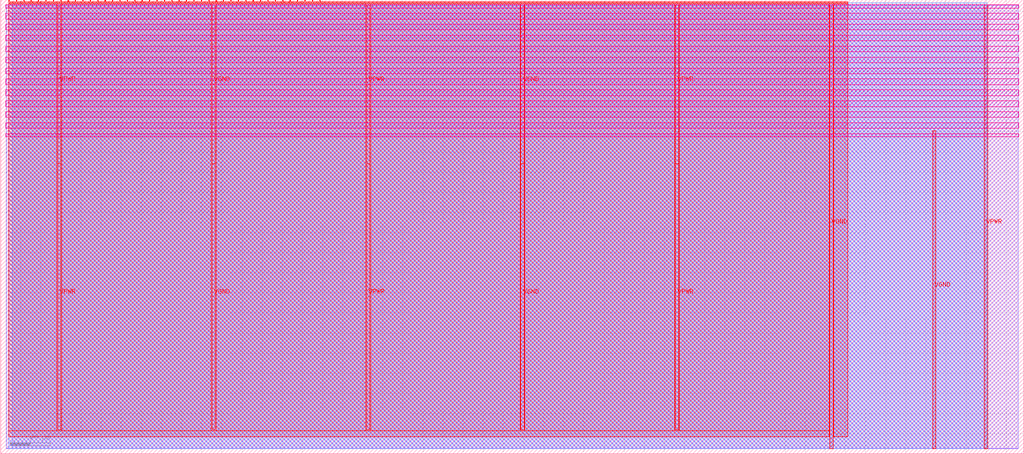
<source format=lef>
VERSION 5.7 ;
  NOWIREEXTENSIONATPIN ON ;
  DIVIDERCHAR "/" ;
  BUSBITCHARS "[]" ;
MACRO tt_um_urish_dffram
  CLASS BLOCK ;
  FOREIGN tt_um_urish_dffram ;
  ORIGIN 0.000 0.000 ;
  SIZE 508.760 BY 225.760 ;
  PIN VGND
    USE GROUND ;
    PORT
      LAYER met4 ;
        RECT 258.680 11.880 260.280 144.120 ;
    END
    PORT
      LAYER met4 ;
        RECT 105.080 11.880 106.680 144.120 ;
    END
    PORT
      LAYER met4 ;
        RECT 463.340 2.480 464.940 160.720 ;
    END
    PORT
      LAYER met4 ;
        RECT 412.280 2.480 413.880 223.280 ;
    END
    PORT
      LAYER met4 ;
        RECT 258.680 144.120 260.280 223.280 ;
    END
    PORT
      LAYER met4 ;
        RECT 105.080 144.120 106.680 223.280 ;
    END
  END VGND
  PIN VPWR
    USE POWER ;
    PORT
      LAYER met4 ;
        RECT 335.480 11.880 337.080 144.120 ;
    END
    PORT
      LAYER met4 ;
        RECT 181.880 11.880 183.480 144.120 ;
    END
    PORT
      LAYER met4 ;
        RECT 28.280 11.880 29.880 144.120 ;
    END
    PORT
      LAYER met4 ;
        RECT 489.080 2.480 490.680 223.280 ;
    END
    PORT
      LAYER met4 ;
        RECT 335.480 144.120 337.080 223.280 ;
    END
    PORT
      LAYER met4 ;
        RECT 181.880 144.120 183.480 223.280 ;
    END
    PORT
      LAYER met4 ;
        RECT 28.280 144.120 29.880 223.280 ;
    END
  END VPWR
  PIN clk
    ANTENNAGATEAREA 0.852000 ;
    PORT
      LAYER met4 ;
        RECT 154.870 224.760 155.170 225.760 ;
    END
  END clk
  PIN ena
    PORT
      LAYER met4 ;
        RECT 158.550 224.760 158.850 225.760 ;
    END
  END ena
  PIN rst_n
    ANTENNAGATEAREA 0.213000 ;
    PORT
      LAYER met4 ;
        RECT 151.190 224.760 151.490 225.760 ;
    END
  END rst_n
  PIN ui_in[0]
    ANTENNAGATEAREA 0.213000 ;
    PORT
      LAYER met4 ;
        RECT 147.510 224.760 147.810 225.760 ;
    END
  END ui_in[0]
  PIN ui_in[1]
    ANTENNAGATEAREA 0.213000 ;
    PORT
      LAYER met4 ;
        RECT 143.830 224.760 144.130 225.760 ;
    END
  END ui_in[1]
  PIN ui_in[2]
    ANTENNAGATEAREA 0.213000 ;
    PORT
      LAYER met4 ;
        RECT 140.150 224.760 140.450 225.760 ;
    END
  END ui_in[2]
  PIN ui_in[3]
    ANTENNAGATEAREA 0.213000 ;
    PORT
      LAYER met4 ;
        RECT 136.470 224.760 136.770 225.760 ;
    END
  END ui_in[3]
  PIN ui_in[4]
    ANTENNAGATEAREA 0.213000 ;
    PORT
      LAYER met4 ;
        RECT 132.790 224.760 133.090 225.760 ;
    END
  END ui_in[4]
  PIN ui_in[5]
    ANTENNAGATEAREA 0.213000 ;
    PORT
      LAYER met4 ;
        RECT 129.110 224.760 129.410 225.760 ;
    END
  END ui_in[5]
  PIN ui_in[6]
    ANTENNAGATEAREA 0.213000 ;
    PORT
      LAYER met4 ;
        RECT 125.430 224.760 125.730 225.760 ;
    END
  END ui_in[6]
  PIN ui_in[7]
    ANTENNAGATEAREA 0.159000 ;
    PORT
      LAYER met4 ;
        RECT 121.750 224.760 122.050 225.760 ;
    END
  END ui_in[7]
  PIN uio_in[0]
    ANTENNAGATEAREA 0.213000 ;
    PORT
      LAYER met4 ;
        RECT 118.070 224.760 118.370 225.760 ;
    END
  END uio_in[0]
  PIN uio_in[1]
    ANTENNAGATEAREA 0.247500 ;
    PORT
      LAYER met4 ;
        RECT 114.390 224.760 114.690 225.760 ;
    END
  END uio_in[1]
  PIN uio_in[2]
    ANTENNAGATEAREA 0.247500 ;
    PORT
      LAYER met4 ;
        RECT 110.710 224.760 111.010 225.760 ;
    END
  END uio_in[2]
  PIN uio_in[3]
    ANTENNAGATEAREA 0.213000 ;
    PORT
      LAYER met4 ;
        RECT 107.030 224.760 107.330 225.760 ;
    END
  END uio_in[3]
  PIN uio_in[4]
    ANTENNAGATEAREA 0.247500 ;
    PORT
      LAYER met4 ;
        RECT 103.350 224.760 103.650 225.760 ;
    END
  END uio_in[4]
  PIN uio_in[5]
    ANTENNAGATEAREA 0.247500 ;
    PORT
      LAYER met4 ;
        RECT 99.670 224.760 99.970 225.760 ;
    END
  END uio_in[5]
  PIN uio_in[6]
    ANTENNAGATEAREA 0.247500 ;
    PORT
      LAYER met4 ;
        RECT 95.990 224.760 96.290 225.760 ;
    END
  END uio_in[6]
  PIN uio_in[7]
    ANTENNAGATEAREA 0.247500 ;
    PORT
      LAYER met4 ;
        RECT 92.310 224.760 92.610 225.760 ;
    END
  END uio_in[7]
  PIN uio_oe[0]
    ANTENNADIFFAREA 0.445500 ;
    PORT
      LAYER met4 ;
        RECT 29.750 224.760 30.050 225.760 ;
    END
  END uio_oe[0]
  PIN uio_oe[1]
    ANTENNADIFFAREA 0.445500 ;
    PORT
      LAYER met4 ;
        RECT 26.070 224.760 26.370 225.760 ;
    END
  END uio_oe[1]
  PIN uio_oe[2]
    ANTENNADIFFAREA 0.445500 ;
    PORT
      LAYER met4 ;
        RECT 22.390 224.760 22.690 225.760 ;
    END
  END uio_oe[2]
  PIN uio_oe[3]
    ANTENNADIFFAREA 0.445500 ;
    PORT
      LAYER met4 ;
        RECT 18.710 224.760 19.010 225.760 ;
    END
  END uio_oe[3]
  PIN uio_oe[4]
    ANTENNADIFFAREA 0.445500 ;
    PORT
      LAYER met4 ;
        RECT 15.030 224.760 15.330 225.760 ;
    END
  END uio_oe[4]
  PIN uio_oe[5]
    ANTENNADIFFAREA 0.445500 ;
    PORT
      LAYER met4 ;
        RECT 11.350 224.760 11.650 225.760 ;
    END
  END uio_oe[5]
  PIN uio_oe[6]
    ANTENNADIFFAREA 0.445500 ;
    PORT
      LAYER met4 ;
        RECT 7.670 224.760 7.970 225.760 ;
    END
  END uio_oe[6]
  PIN uio_oe[7]
    ANTENNADIFFAREA 0.445500 ;
    PORT
      LAYER met4 ;
        RECT 3.990 224.760 4.290 225.760 ;
    END
  END uio_oe[7]
  PIN uio_out[0]
    ANTENNADIFFAREA 0.445500 ;
    PORT
      LAYER met4 ;
        RECT 59.190 224.760 59.490 225.760 ;
    END
  END uio_out[0]
  PIN uio_out[1]
    ANTENNADIFFAREA 0.445500 ;
    PORT
      LAYER met4 ;
        RECT 55.510 224.760 55.810 225.760 ;
    END
  END uio_out[1]
  PIN uio_out[2]
    ANTENNADIFFAREA 0.445500 ;
    PORT
      LAYER met4 ;
        RECT 51.830 224.760 52.130 225.760 ;
    END
  END uio_out[2]
  PIN uio_out[3]
    ANTENNADIFFAREA 0.445500 ;
    PORT
      LAYER met4 ;
        RECT 48.150 224.760 48.450 225.760 ;
    END
  END uio_out[3]
  PIN uio_out[4]
    ANTENNADIFFAREA 0.445500 ;
    PORT
      LAYER met4 ;
        RECT 44.470 224.760 44.770 225.760 ;
    END
  END uio_out[4]
  PIN uio_out[5]
    ANTENNADIFFAREA 0.445500 ;
    PORT
      LAYER met4 ;
        RECT 40.790 224.760 41.090 225.760 ;
    END
  END uio_out[5]
  PIN uio_out[6]
    ANTENNADIFFAREA 0.445500 ;
    PORT
      LAYER met4 ;
        RECT 37.110 224.760 37.410 225.760 ;
    END
  END uio_out[6]
  PIN uio_out[7]
    ANTENNADIFFAREA 0.445500 ;
    PORT
      LAYER met4 ;
        RECT 33.430 224.760 33.730 225.760 ;
    END
  END uio_out[7]
  PIN uo_out[0]
    ANTENNADIFFAREA 0.445500 ;
    PORT
      LAYER met4 ;
        RECT 88.630 224.760 88.930 225.760 ;
    END
  END uo_out[0]
  PIN uo_out[1]
    ANTENNADIFFAREA 0.445500 ;
    PORT
      LAYER met4 ;
        RECT 84.950 224.760 85.250 225.760 ;
    END
  END uo_out[1]
  PIN uo_out[2]
    ANTENNADIFFAREA 0.445500 ;
    PORT
      LAYER met4 ;
        RECT 81.270 224.760 81.570 225.760 ;
    END
  END uo_out[2]
  PIN uo_out[3]
    ANTENNADIFFAREA 0.445500 ;
    PORT
      LAYER met4 ;
        RECT 77.590 224.760 77.890 225.760 ;
    END
  END uo_out[3]
  PIN uo_out[4]
    ANTENNADIFFAREA 0.445500 ;
    PORT
      LAYER met4 ;
        RECT 73.910 224.760 74.210 225.760 ;
    END
  END uo_out[4]
  PIN uo_out[5]
    ANTENNADIFFAREA 0.445500 ;
    PORT
      LAYER met4 ;
        RECT 70.230 224.760 70.530 225.760 ;
    END
  END uo_out[5]
  PIN uo_out[6]
    ANTENNADIFFAREA 0.445500 ;
    PORT
      LAYER met4 ;
        RECT 66.550 224.760 66.850 225.760 ;
    END
  END uo_out[6]
  PIN uo_out[7]
    ANTENNADIFFAREA 0.445500 ;
    PORT
      LAYER met4 ;
        RECT 62.870 224.760 63.170 225.760 ;
    END
  END uo_out[7]
  OBS
      LAYER nwell ;
        RECT 2.570 221.625 506.190 223.230 ;
        RECT 2.570 216.185 506.190 219.015 ;
        RECT 2.570 210.745 506.190 213.575 ;
        RECT 2.570 205.305 506.190 208.135 ;
        RECT 2.570 199.865 506.190 202.695 ;
        RECT 2.570 194.425 506.190 197.255 ;
        RECT 2.570 188.985 506.190 191.815 ;
        RECT 2.570 183.545 506.190 186.375 ;
        RECT 2.570 178.105 506.190 180.935 ;
        RECT 2.570 172.665 506.190 175.495 ;
        RECT 2.570 167.225 506.190 170.055 ;
        RECT 2.570 161.785 506.190 164.615 ;
        RECT 2.570 157.570 506.190 159.175 ;
      LAYER li1 ;
        RECT 2.760 2.635 506.000 223.125 ;
      LAYER met1 ;
        RECT 2.760 2.480 506.000 223.280 ;
      LAYER met2 ;
        RECT 5.610 2.535 490.650 224.245 ;
      LAYER met3 ;
        RECT 3.950 2.555 490.670 224.225 ;
      LAYER met4 ;
        RECT 4.690 224.360 7.270 224.760 ;
        RECT 8.370 224.360 10.950 224.760 ;
        RECT 12.050 224.360 14.630 224.760 ;
        RECT 15.730 224.360 18.310 224.760 ;
        RECT 19.410 224.360 21.990 224.760 ;
        RECT 23.090 224.360 25.670 224.760 ;
        RECT 26.770 224.360 29.350 224.760 ;
        RECT 30.450 224.360 33.030 224.760 ;
        RECT 34.130 224.360 36.710 224.760 ;
        RECT 37.810 224.360 40.390 224.760 ;
        RECT 41.490 224.360 44.070 224.760 ;
        RECT 45.170 224.360 47.750 224.760 ;
        RECT 48.850 224.360 51.430 224.760 ;
        RECT 52.530 224.360 55.110 224.760 ;
        RECT 56.210 224.360 58.790 224.760 ;
        RECT 59.890 224.360 62.470 224.760 ;
        RECT 63.570 224.360 66.150 224.760 ;
        RECT 67.250 224.360 69.830 224.760 ;
        RECT 70.930 224.360 73.510 224.760 ;
        RECT 74.610 224.360 77.190 224.760 ;
        RECT 78.290 224.360 80.870 224.760 ;
        RECT 81.970 224.360 84.550 224.760 ;
        RECT 85.650 224.360 88.230 224.760 ;
        RECT 89.330 224.360 91.910 224.760 ;
        RECT 93.010 224.360 95.590 224.760 ;
        RECT 96.690 224.360 99.270 224.760 ;
        RECT 100.370 224.360 102.950 224.760 ;
        RECT 104.050 224.360 106.630 224.760 ;
        RECT 107.730 224.360 110.310 224.760 ;
        RECT 111.410 224.360 113.990 224.760 ;
        RECT 115.090 224.360 117.670 224.760 ;
        RECT 118.770 224.360 121.350 224.760 ;
        RECT 122.450 224.360 125.030 224.760 ;
        RECT 126.130 224.360 128.710 224.760 ;
        RECT 129.810 224.360 132.390 224.760 ;
        RECT 133.490 224.360 136.070 224.760 ;
        RECT 137.170 224.360 139.750 224.760 ;
        RECT 140.850 224.360 143.430 224.760 ;
        RECT 144.530 224.360 147.110 224.760 ;
        RECT 148.210 224.360 150.790 224.760 ;
        RECT 151.890 224.360 154.470 224.760 ;
        RECT 155.570 224.360 158.150 224.760 ;
        RECT 159.250 224.360 421.065 224.760 ;
        RECT 3.975 223.680 421.065 224.360 ;
        RECT 3.975 11.480 27.880 223.680 ;
        RECT 30.280 11.480 104.680 223.680 ;
        RECT 107.080 11.480 181.480 223.680 ;
        RECT 183.880 11.480 258.280 223.680 ;
        RECT 260.680 11.480 335.080 223.680 ;
        RECT 337.480 11.480 411.880 223.680 ;
        RECT 3.975 8.335 411.880 11.480 ;
        RECT 414.280 8.335 421.065 223.680 ;
  END
END tt_um_urish_dffram
END LIBRARY


</source>
